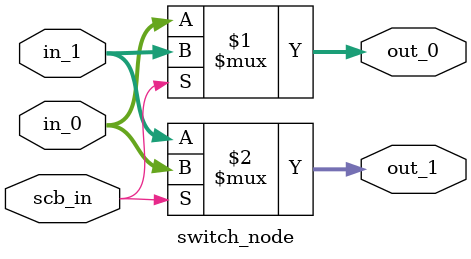
<source format=v>
`timescale 1ns / 1ps


module switch_node #(
        parameter DATA_W            = 64
    )(
        input wire                  scb_in,
        input wire  [DATA_W-1:0]    in_0,
        input wire  [DATA_W-1:0]    in_1,
        
        output wire [DATA_W-1:0]    out_0,
        output wire [DATA_W-1:0]    out_1
    );
    
    assign out_0 = (scb_in) ? in_1 : in_0;
    assign out_1 = (scb_in) ? in_0 : in_1;
    
endmodule

</source>
